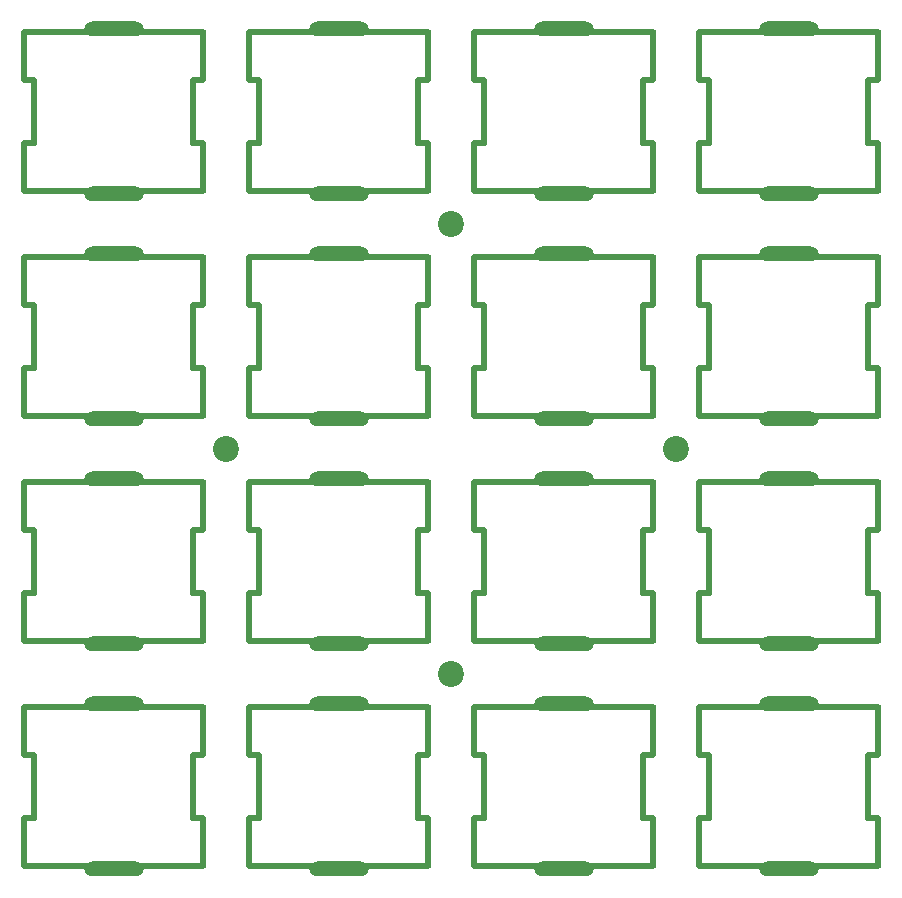
<source format=gbr>
%TF.GenerationSoftware,KiCad,Pcbnew,(5.1.9-0-10_14)*%
%TF.CreationDate,2021-04-27T17:51:09-05:00*%
%TF.ProjectId,egg-top,6567672d-746f-4702-9e6b-696361645f70,rev?*%
%TF.SameCoordinates,Original*%
%TF.FileFunction,Soldermask,Top*%
%TF.FilePolarity,Negative*%
%FSLAX46Y46*%
G04 Gerber Fmt 4.6, Leading zero omitted, Abs format (unit mm)*
G04 Created by KiCad (PCBNEW (5.1.9-0-10_14)) date 2021-04-27 17:51:09*
%MOMM*%
%LPD*%
G01*
G04 APERTURE LIST*
%ADD10C,2.200000*%
%ADD11O,1.333500X0.508000*%
%ADD12O,5.080000X1.270000*%
%ADD13O,0.508000X5.842000*%
%ADD14O,0.508000X4.572000*%
%ADD15O,15.595600X0.508000*%
G04 APERTURE END LIST*
D10*
%TO.C,H9*%
X56349250Y-65087500D03*
%TD*%
%TO.C,H8*%
X94437250Y-65087500D03*
%TD*%
%TO.C,H4*%
X75400000Y-84137500D03*
%TD*%
%TO.C,H1*%
X75400000Y-46037500D03*
%TD*%
D11*
%TO.C,MX27*%
X111125000Y-77279500D03*
X96837500Y-77279500D03*
X111125000Y-71945500D03*
X96837500Y-71945500D03*
D12*
X103981250Y-81597500D03*
X103981250Y-67627500D03*
D13*
X97250250Y-74612500D03*
X110712250Y-74612500D03*
D14*
X96424750Y-79311500D03*
X111537750Y-79311500D03*
X111537750Y-69913500D03*
X96424750Y-69913500D03*
D15*
X103981250Y-81343500D03*
X103981250Y-67881500D03*
%TD*%
D11*
%TO.C,MX39*%
X73025000Y-96329500D03*
X58737500Y-96329500D03*
X73025000Y-90995500D03*
X58737500Y-90995500D03*
D12*
X65881250Y-100647500D03*
X65881250Y-86677500D03*
D13*
X59150250Y-93662500D03*
X72612250Y-93662500D03*
D14*
X58324750Y-98361500D03*
X73437750Y-98361500D03*
X73437750Y-88963500D03*
X58324750Y-88963500D03*
D15*
X65881250Y-100393500D03*
X65881250Y-86931500D03*
%TD*%
D11*
%TO.C,MX10*%
X53975000Y-39179500D03*
X39687500Y-39179500D03*
X53975000Y-33845500D03*
X39687500Y-33845500D03*
D12*
X46831250Y-43497500D03*
X46831250Y-29527500D03*
D13*
X40100250Y-36512500D03*
X53562250Y-36512500D03*
D14*
X39274750Y-41211500D03*
X54387750Y-41211500D03*
X54387750Y-31813500D03*
X39274750Y-31813500D03*
D15*
X46831250Y-43243500D03*
X46831250Y-29781500D03*
%TD*%
D11*
%TO.C,MX40*%
X53975000Y-96329500D03*
X39687500Y-96329500D03*
X53975000Y-90995500D03*
X39687500Y-90995500D03*
D12*
X46831250Y-100647500D03*
X46831250Y-86677500D03*
D13*
X40100250Y-93662500D03*
X53562250Y-93662500D03*
D14*
X39274750Y-98361500D03*
X54387750Y-98361500D03*
X54387750Y-88963500D03*
X39274750Y-88963500D03*
D15*
X46831250Y-100393500D03*
X46831250Y-86931500D03*
%TD*%
D11*
%TO.C,MX38*%
X92075000Y-96329500D03*
X77787500Y-96329500D03*
X92075000Y-90995500D03*
X77787500Y-90995500D03*
D12*
X84931250Y-100647500D03*
X84931250Y-86677500D03*
D13*
X78200250Y-93662500D03*
X91662250Y-93662500D03*
D14*
X77374750Y-98361500D03*
X92487750Y-98361500D03*
X92487750Y-88963500D03*
X77374750Y-88963500D03*
D15*
X84931250Y-100393500D03*
X84931250Y-86931500D03*
%TD*%
D11*
%TO.C,MX37*%
X111125000Y-96329500D03*
X96837500Y-96329500D03*
X111125000Y-90995500D03*
X96837500Y-90995500D03*
D12*
X103981250Y-100647500D03*
X103981250Y-86677500D03*
D13*
X97250250Y-93662500D03*
X110712250Y-93662500D03*
D14*
X96424750Y-98361500D03*
X111537750Y-98361500D03*
X111537750Y-88963500D03*
X96424750Y-88963500D03*
D15*
X103981250Y-100393500D03*
X103981250Y-86931500D03*
%TD*%
D11*
%TO.C,MX30*%
X53975000Y-77279500D03*
X39687500Y-77279500D03*
X53975000Y-71945500D03*
X39687500Y-71945500D03*
D12*
X46831250Y-81597500D03*
X46831250Y-67627500D03*
D13*
X40100250Y-74612500D03*
X53562250Y-74612500D03*
D14*
X39274750Y-79311500D03*
X54387750Y-79311500D03*
X54387750Y-69913500D03*
X39274750Y-69913500D03*
D15*
X46831250Y-81343500D03*
X46831250Y-67881500D03*
%TD*%
D11*
%TO.C,MX29*%
X73025000Y-77279500D03*
X58737500Y-77279500D03*
X73025000Y-71945500D03*
X58737500Y-71945500D03*
D12*
X65881250Y-81597500D03*
X65881250Y-67627500D03*
D13*
X59150250Y-74612500D03*
X72612250Y-74612500D03*
D14*
X58324750Y-79311500D03*
X73437750Y-79311500D03*
X73437750Y-69913500D03*
X58324750Y-69913500D03*
D15*
X65881250Y-81343500D03*
X65881250Y-67881500D03*
%TD*%
D11*
%TO.C,MX28*%
X92075000Y-77279500D03*
X77787500Y-77279500D03*
X92075000Y-71945500D03*
X77787500Y-71945500D03*
D12*
X84931250Y-81597500D03*
X84931250Y-67627500D03*
D13*
X78200250Y-74612500D03*
X91662250Y-74612500D03*
D14*
X77374750Y-79311500D03*
X92487750Y-79311500D03*
X92487750Y-69913500D03*
X77374750Y-69913500D03*
D15*
X84931250Y-81343500D03*
X84931250Y-67881500D03*
%TD*%
D11*
%TO.C,MX20*%
X53975000Y-58229500D03*
X39687500Y-58229500D03*
X53975000Y-52895500D03*
X39687500Y-52895500D03*
D12*
X46831250Y-62547500D03*
X46831250Y-48577500D03*
D13*
X40100250Y-55562500D03*
X53562250Y-55562500D03*
D14*
X39274750Y-60261500D03*
X54387750Y-60261500D03*
X54387750Y-50863500D03*
X39274750Y-50863500D03*
D15*
X46831250Y-62293500D03*
X46831250Y-48831500D03*
%TD*%
D11*
%TO.C,MX19*%
X73025000Y-58229500D03*
X58737500Y-58229500D03*
X73025000Y-52895500D03*
X58737500Y-52895500D03*
D12*
X65881250Y-62547500D03*
X65881250Y-48577500D03*
D13*
X59150250Y-55562500D03*
X72612250Y-55562500D03*
D14*
X58324750Y-60261500D03*
X73437750Y-60261500D03*
X73437750Y-50863500D03*
X58324750Y-50863500D03*
D15*
X65881250Y-62293500D03*
X65881250Y-48831500D03*
%TD*%
D11*
%TO.C,MX18*%
X92075000Y-58229500D03*
X77787500Y-58229500D03*
X92075000Y-52895500D03*
X77787500Y-52895500D03*
D12*
X84931250Y-62547500D03*
X84931250Y-48577500D03*
D13*
X78200250Y-55562500D03*
X91662250Y-55562500D03*
D14*
X77374750Y-60261500D03*
X92487750Y-60261500D03*
X92487750Y-50863500D03*
X77374750Y-50863500D03*
D15*
X84931250Y-62293500D03*
X84931250Y-48831500D03*
%TD*%
D11*
%TO.C,MX17*%
X111125000Y-58229500D03*
X96837500Y-58229500D03*
X111125000Y-52895500D03*
X96837500Y-52895500D03*
D12*
X103981250Y-62547500D03*
X103981250Y-48577500D03*
D13*
X97250250Y-55562500D03*
X110712250Y-55562500D03*
D14*
X96424750Y-60261500D03*
X111537750Y-60261500D03*
X111537750Y-50863500D03*
X96424750Y-50863500D03*
D15*
X103981250Y-62293500D03*
X103981250Y-48831500D03*
%TD*%
D11*
%TO.C,MX9*%
X73025000Y-39179500D03*
X58737500Y-39179500D03*
X73025000Y-33845500D03*
X58737500Y-33845500D03*
D12*
X65881250Y-43497500D03*
X65881250Y-29527500D03*
D13*
X59150250Y-36512500D03*
X72612250Y-36512500D03*
D14*
X58324750Y-41211500D03*
X73437750Y-41211500D03*
X73437750Y-31813500D03*
X58324750Y-31813500D03*
D15*
X65881250Y-43243500D03*
X65881250Y-29781500D03*
%TD*%
D11*
%TO.C,MX8*%
X92075000Y-39179500D03*
X77787500Y-39179500D03*
X92075000Y-33845500D03*
X77787500Y-33845500D03*
D12*
X84931250Y-43497500D03*
X84931250Y-29527500D03*
D13*
X78200250Y-36512500D03*
X91662250Y-36512500D03*
D14*
X77374750Y-41211500D03*
X92487750Y-41211500D03*
X92487750Y-31813500D03*
X77374750Y-31813500D03*
D15*
X84931250Y-43243500D03*
X84931250Y-29781500D03*
%TD*%
D11*
%TO.C,MX7*%
X111125000Y-39179500D03*
X96837500Y-39179500D03*
X111125000Y-33845500D03*
X96837500Y-33845500D03*
D12*
X103981250Y-43497500D03*
X103981250Y-29527500D03*
D13*
X97250250Y-36512500D03*
X110712250Y-36512500D03*
D14*
X96424750Y-41211500D03*
X111537750Y-41211500D03*
X111537750Y-31813500D03*
X96424750Y-31813500D03*
D15*
X103981250Y-43243500D03*
X103981250Y-29781500D03*
%TD*%
M02*

</source>
